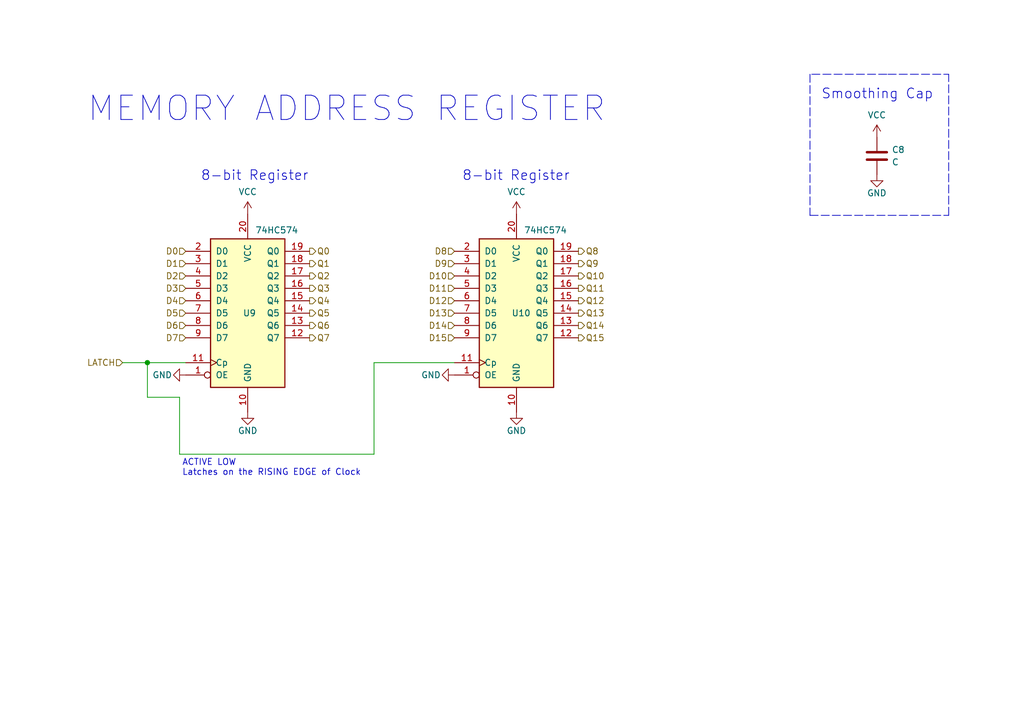
<source format=kicad_sch>
(kicad_sch (version 20211123) (generator eeschema)
  (paper "A5")
  (lib_symbols
    (symbol "74xx:74LS574" (pin_names (offset 1.016))
      (property "Reference" "U" (at -7.62 16.51 0))
      (property "Value" "74LS574" (at -7.62 -16.51 0))
      (symbol "74LS574_1_0"
        (pin input inverted (at -12.7 -12.7 0) (length 5.08) (name "OE") (number "1"))
        (pin power_in line (at 0 -20.32 90) (length 5.08) (name "GND") (number "10"))
        (pin input clock (at -12.7 -10.16 0) (length 5.08) (name "Cp") (number "11"))
        (pin tri_state line (at 12.7 -5.08 180) (length 5.08) (name "Q7") (number "12"))
        (pin tri_state line (at 12.7 -2.54 180) (length 5.08) (name "Q6") (number "13"))
        (pin tri_state line (at 12.7 0 180) (length 5.08) (name "Q5") (number "14"))
        (pin tri_state line (at 12.7 2.54 180) (length 5.08) (name "Q4") (number "15"))
        (pin tri_state line (at 12.7 5.08 180) (length 5.08) (name "Q3") (number "16"))
        (pin tri_state line (at 12.7 7.62 180) (length 5.08) (name "Q2") (number "17"))
        (pin tri_state line (at 12.7 10.16 180) (length 5.08) (name "Q1") (number "18"))
        (pin tri_state line (at 12.7 12.7 180) (length 5.08) (name "Q0") (number "19"))
        (pin input line (at -12.7 12.7 0) (length 5.08) (name "D0") (number "2"))
        (pin power_in line (at 0 20.32 270) (length 5.08) (name "VCC") (number "20"))
        (pin input line (at -12.7 10.16 0) (length 5.08) (name "D1") (number "3"))
        (pin input line (at -12.7 7.62 0) (length 5.08) (name "D2") (number "4"))
        (pin input line (at -12.7 5.08 0) (length 5.08) (name "D3") (number "5"))
        (pin input line (at -12.7 2.54 0) (length 5.08) (name "D4") (number "6"))
        (pin input line (at -12.7 0 0) (length 5.08) (name "D5") (number "7"))
        (pin input line (at -12.7 -2.54 0) (length 5.08) (name "D6") (number "8"))
        (pin input line (at -12.7 -5.08 0) (length 5.08) (name "D7") (number "9"))
      )
      (symbol "74LS574_1_1"
        (rectangle (start -7.62 15.24) (end 7.62 -15.24) (stroke (width 0.254)) (fill (type background)))
      )
    )
    (symbol "Device:C" (pin_numbers hide) (pin_names (offset 0.254))
      (property "Reference" "C" (at 0.635 2.54 0))
      (property "Value" "C" (at 0.635 -2.54 0))
      (symbol "C_0_1"
        (polyline (pts (xy -2.032 -0.762) (xy 2.032 -0.762)) (stroke (width 0.508)))
        (polyline (pts (xy -2.032 0.762) (xy 2.032 0.762)) (stroke (width 0.508)))
      )
      (symbol "C_1_1"
        (pin passive line (at 0 3.81 270) (length 2.794) (name "~") (number "1"))
        (pin passive line (at 0 -3.81 90) (length 2.794) (name "~") (number "2"))
      )
    )
    (symbol "power:GND" (power) (pin_names (offset 0))
      (property "Value" "GND" (at 0 -3.81 0))
      (symbol "GND_0_1"
        (polyline (pts (xy 0 0) (xy 0 -1.27) (xy 1.27 -1.27) (xy 0 -2.54) (xy -1.27 -1.27) (xy 0 -1.27)))
      )
      (symbol "GND_1_1"
        (pin power_in line (at 0 0 270) (length 0) hide (name "GND") (number "1"))
      )
    )
    (symbol "power:VCC" (power) (pin_names (offset 0))
      (property "Value" "VCC" (at 0 3.81 0))
      (symbol "VCC_0_1"
        (polyline (pts (xy -0.762 1.27) (xy 0 2.54)))
        (polyline (pts (xy 0 0) (xy 0 2.54)))
        (polyline (pts (xy 0 2.54) (xy 0.762 1.27)))
      )
      (symbol "VCC_1_1"
        (pin power_in line (at 0 0 90) (length 0) hide (name "VCC") (number "1"))
      )
    )
  )
  (junction (at 30.226 74.422))
  (wire (pts (xy 76.708 74.422) (xy 76.708 93.218)))
  (wire (pts (xy 36.83 93.218) (xy 76.708 93.218)))
  (wire (pts (xy 30.226 74.422) (xy 30.226 81.534)))
  (polyline (pts (xy 166.116 44.196) (xy 194.564 44.196)))
  (polyline (pts (xy 194.564 44.196) (xy 194.564 15.24)))
  (polyline (pts (xy 182.118 15.24) (xy 194.564 15.24)))
  (polyline (pts (xy 181.864 15.24) (xy 166.116 15.24)))
  (wire (pts (xy 30.226 74.422) (xy 38.1 74.422)))
  (wire (pts (xy 93.218 74.422) (xy 76.708 74.422)))
  (wire (pts (xy 30.226 81.534) (xy 36.83 81.534)))
  (polyline (pts (xy 166.116 15.24) (xy 166.116 44.196)))
  (wire (pts (xy 36.83 81.534) (xy 36.83 93.218)))
  (wire (pts (xy 25.146 74.422) (xy 30.226 74.422)))
  (text "8-bit Register" (at 41.148 37.338 0) (effects (font (size 2 2)) (justify left bottom)))
  (text "Smoothing Cap" (at 168.402 20.574 0) (effects (font (size 2 2)) (justify left bottom)))
  (text "8-bit Register" (at 94.742 37.338 0) (effects (font (size 2 2)) (justify left bottom)))
  (text "MEMORY ADDRESS REGISTER" (at 17.78 25.4 0) (effects (font (size 5 5)) (justify left bottom)))
  (text "ACTIVE LOW\nLatches on the RISING EDGE of Clock" (at 37.338 97.79 0) (effects (font (size 1.27 1.27)) (justify left bottom)))
  (hierarchical_label "D7" (shape input) (at 38.1 69.342 180))
  (hierarchical_label "D14" (shape input) (at 93.218 66.802 180))
  (hierarchical_label "Q9" (shape output) (at 118.618 54.102 0))
  (hierarchical_label "D15" (shape input) (at 93.218 69.342 180))
  (hierarchical_label "D9" (shape input) (at 93.218 54.102 180))
  (hierarchical_label "D5" (shape input) (at 38.1 64.262 180))
  (hierarchical_label "D1" (shape input) (at 38.1 54.102 180))
  (hierarchical_label "Q15" (shape output) (at 118.618 69.342 0))
  (hierarchical_label "Q10" (shape output) (at 118.618 56.642 0))
  (hierarchical_label "Q1" (shape output) (at 63.5 54.102 0))
  (hierarchical_label "Q5" (shape output) (at 63.5 64.262 0))
  (hierarchical_label "D6" (shape input) (at 38.1 66.802 180))
  (hierarchical_label "D11" (shape input) (at 93.218 59.182 180))
  (hierarchical_label "Q14" (shape output) (at 118.618 66.802 0))
  (hierarchical_label "D4" (shape input) (at 38.1 61.722 180))
  (hierarchical_label "Q4" (shape output) (at 63.5 61.722 0))
  (hierarchical_label "Q6" (shape output) (at 63.5 66.802 0))
  (hierarchical_label "D12" (shape input) (at 93.218 61.722 180))
  (hierarchical_label "LATCH" (shape input) (at 25.146 74.422 180))
  (hierarchical_label "Q8" (shape output) (at 118.618 51.562 0))
  (hierarchical_label "D2" (shape input) (at 38.1 56.642 180))
  (hierarchical_label "D10" (shape input) (at 93.218 56.642 180))
  (hierarchical_label "D0" (shape input) (at 38.1 51.562 180))
  (hierarchical_label "Q0" (shape output) (at 63.5 51.562 0))
  (hierarchical_label "D13" (shape input) (at 93.218 64.262 180))
  (hierarchical_label "Q13" (shape output) (at 118.618 64.262 0))
  (hierarchical_label "Q3" (shape output) (at 63.5 59.182 0))
  (hierarchical_label "D3" (shape input) (at 38.1 59.182 180))
  (hierarchical_label "Q2" (shape output) (at 63.5 56.642 0))
  (hierarchical_label "D8" (shape input) (at 93.218 51.562 180))
  (hierarchical_label "Q12" (shape output) (at 118.618 61.722 0))
  (hierarchical_label "Q7" (shape output) (at 63.5 69.342 0))
  (hierarchical_label "Q11" (shape output) (at 118.618 59.182 0))
  (symbol (lib_id "power:GND") (at 179.832 35.814 0) (unit 1)
    (property "Reference" "#PWR047" (effects hide))
    (property "Value" "GND" (at 179.832 39.624 0))
  )
  (symbol (lib_id "power:VCC") (at 105.918 43.942 0) (unit 1)
    (property "Reference" "#PWR052" (effects hide))
    (property "Value" "VCC" (at 105.918 39.37 0))
  )
  (symbol (lib_id "power:VCC") (at 50.8 43.942 0) (unit 1)
    (property "Reference" "#PWR049" (effects hide))
    (property "Value" "VCC" (at 50.8 39.37 0))
  )
  (symbol (lib_id "power:GND") (at 93.218 76.962 270) (unit 1)
    (property "Reference" "#PWR051" (effects hide))
    (property "Value" "GND" (at 88.392 76.962 90))
  )
  (symbol (lib_id "Device:C") (at 179.832 32.004 0) (unit 1)
    (property "Reference" "C8" (at 182.88 30.7339 0) (effects (justify left)))
    (property "Value" "C" (at 182.88 33.2739 0) (effects (justify left)))
    (property "Footprint" "Capacitor_SMD:C_0805_2012Metric" (effects hide))
  )
  (symbol (lib_id "power:VCC") (at 179.832 28.194 0) (unit 1)
    (property "Reference" "#PWR046" (effects hide))
    (property "Value" "VCC" (at 179.832 23.622 0))
  )
  (symbol (lib_id "74xx:74LS574") (at 105.918 64.262 0) (unit 1)
    (property "Reference" "U10" (at 104.902 64.262 0) (effects (justify left)))
    (property "Value" "74HC574" (at 107.442 47.244 0) (effects (justify left)))
    (property "Footprint" "Package_SO:SO-20_5.3x12.6mm_P1.27mm" (effects hide))
    (property "Datasheet" "http://www.ti.com/lit/gpn/sn74LS574" (effects hide))
  )
  (symbol (lib_id "74xx:74LS574") (at 50.8 64.262 0) (unit 1)
    (property "Reference" "U9" (at 49.784 64.262 0) (effects (justify left)))
    (property "Value" "74HC574" (at 52.324 47.244 0) (effects (justify left)))
    (property "Footprint" "Package_SO:SO-20_5.3x12.6mm_P1.27mm" (effects hide))
    (property "Datasheet" "http://www.ti.com/lit/gpn/sn74LS574" (effects hide))
  )
  (symbol (lib_id "power:GND") (at 105.918 84.582 0) (unit 1)
    (property "Reference" "#PWR053" (effects hide))
    (property "Value" "GND" (at 105.918 88.392 0))
  )
  (symbol (lib_id "power:GND") (at 50.8 84.582 0) (unit 1)
    (property "Reference" "#PWR050" (effects hide))
    (property "Value" "GND" (at 50.8 88.392 0))
  )
  (symbol (lib_id "power:GND") (at 38.1 76.962 270) (unit 1)
    (property "Reference" "#PWR048" (effects hide))
    (property "Value" "GND" (at 33.274 76.962 90))
  )
)
</source>
